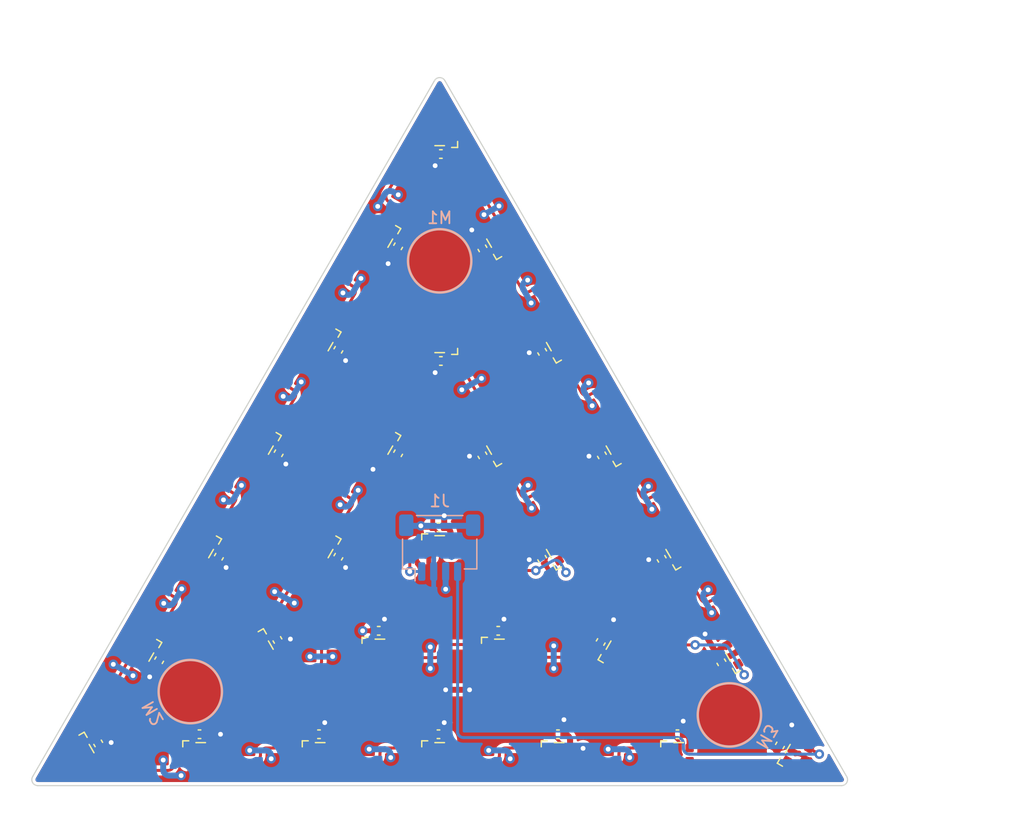
<source format=kicad_pcb>
(kicad_pcb (version 20211014) (generator pcbnew)
  (layers (0 "F.Cu" signal) (31 "B.Cu" signal) (34 "B.Paste" user) (35 "F.Paste" user) (36 "B.SilkS" user "B.Silkscreen") (37 "F.SilkS" user "F.Silkscreen") (38 "B.Mask" user) (39 "F.Mask" user) (44 "Edge.Cuts" user))
  (net 0 "")
  (net 1 "VCC")
  (net 2 "GND")
  (net 3 "Net-(L22-Pad1)")
  (net 4 "Net-(L14-Pad1)")
  (net 5 "Net-(L27-Pad1)")
  (net 6 "Net-(L13-Pad1)")
  (net 7 "Net-(L25-Pad1)")
  (net 8 "RGB_IN")
  (net 9 "Net-(L13-Pad3)")
  (net 10 "Net-(L10-Pad3)")
  (net 11 "Net-(L15-Pad1)")
  (net 12 "Net-(L14-Pad3)")
  (net 13 "Net-(L19-Pad3)")
  (net 14 "RGB_OUT")
  (net 15 "Net-(L26-Pad3)")
  (net 16 "Net-(L2-Pad1)")
  (net 17 "Net-(L3-Pad1)")
  (net 18 "Net-(L4-Pad1)")
  (net 19 "Net-(L5-Pad1)")
  (net 20 "Net-(L6-Pad1)")
  (net 21 "Net-(L1-Pad1)")
  (net 22 "Net-(L8-Pad1)")
  (net 23 "Net-(L17-Pad1)")
  (net 24 "Net-(L10-Pad1)")
  (net 25 "Net-(L11-Pad1)")
  (net 26 "Net-(L12-Pad1)")
  (net 27 "Net-(L18-Pad1)")
  (net 28 "Net-(L21-Pad1)")
  (net 29 "Net-(L15-Pad3)")
  (net 30 "Net-(L20-Pad3)")
  (net 31 "Net-(L23-Pad3)")
  (footprint "Capacitor_SMD:C_0402_1005Metric" (layer "F.Cu") (at -20.100002 15.620004 180)
    (fp_text reference "C6" hide)
    (fp_text value "100nf")
  )
  (footprint "Capacitor_SMD:C_0402_1005Metric" (layer "F.Cu") (at -10.099996 15.619996 180)
    (fp_text reference "C5" hide)
    (fp_text value "100nf")
  )
  (footprint "Capacitor_SMD:C_0402_1005Metric" (layer "F.Cu") (at 23.577758 9.596601 -60)
    (fp_text reference "C8" hide)
    (fp_text value "100nf")
  )
  (footprint "Capacitor_SMD:C_0402_1005Metric" (layer "F.Cu") (at 8.577753 -16.383401 -60)
    (fp_text reference "C23" hide)
    (fp_text value "100nf")
  )
  (footprint "Capacitor_SMD:C_0402_1005Metric" (layer "F.Cu") (at -23.477754 9.4234 60)
    (fp_text reference "C13" hide)
    (fp_text value "100nf")
  )
  (footprint "marbastlib-various:LED_WS2812_2020" (layer "F.Cu") (at -24.999997 8.659996 -120)
    (fp_text reference "L13" hide)
    (fp_text value "WS2812_2020")
  )
  (footprint "marbastlib-various:LED_WS2812_2020" (layer "F.Cu") (at 14.999999 -8.660003 120)
    (fp_text reference "L19" hide)
    (fp_text value "WS2812_2020")
  )
  (footprint "Capacitor_SMD:C_0402_1005Metric" (layer "F.Cu") (at 18.577753 0.936602 -60)
    (fp_text reference "C14" hide)
    (fp_text value "100nf")
  )
  (footprint "Capacitor_SMD:C_0402_1005Metric" (layer "F.Cu") (at -18.477753 0.763394 60)
    (fp_text reference "C18" hide)
    (fp_text value "100nf")
  )
  (footprint "marbastlib-various:LED_WS2812_2020" (layer "F.Cu") (at -5.000003 -8.659999 -120)
    (fp_text reference "L21" hide)
    (fp_text value "WS2812_2020")
  )
  (footprint "Capacitor_SMD:C_0402_1005Metric" (layer "F.Cu") (at 4.9 6.959993 180)
    (fp_text reference "C10" hide)
    (fp_text value "100nf")
  )
  (footprint "marbastlib-various:LED_WS2812_2020" (layer "F.Cu") (at 4.999999 8.659997)
    (fp_text reference "L10" hide)
    (fp_text value "WS2812_2020")
  )
  (footprint "marbastlib-various:LED_WS2812_2020" (layer "F.Cu") (at -10.000005 -17.320001 -120)
    (fp_text reference "L25" hide)
    (fp_text value "WS2812_2020")
  )
  (footprint "marbastlib-various:LED_WS2812_2020" (layer "F.Cu") (at -20.000006 17.32)
    (fp_text reference "L6" hide)
    (fp_text value "WS2812_2020")
  )
  (footprint "marbastlib-various:LED_WS2812_2020" (layer "F.Cu") (at 5.000003 -25.980001 120)
    (fp_text reference "L26" hide)
    (fp_text value "WS2812_2020")
  )
  (footprint "Capacitor_SMD:C_0402_1005Metric" (layer "F.Cu") (at -0.1 -1.700008 180)
    (fp_text reference "C16" hide)
    (fp_text value "100nf")
  )
  (footprint "marbastlib-various:LED_WS2812_2020" (layer "F.Cu") (at 9.999999 -0.000003 120)
    (fp_text reference "L15" hide)
    (fp_text value "WS2812_2020")
  )
  (footprint "marbastlib-various:LED_WS2812_2020" (layer "F.Cu") (at 30.000002 17.319996 60)
    (fp_text reference "L1" hide)
    (fp_text value "WS2812_2020")
  )
  (footprint "Capacitor_SMD:C_0402_1005Metric" (layer "F.Cu") (at 3.577752 -7.723394 -60)
    (fp_text reference "C20" hide)
    (fp_text value "100nf")
  )
  (footprint "marbastlib-various:LED_WS2812_2020" (layer "F.Cu") (at 0 17.32)
    (fp_text reference "L4" hide)
    (fp_text value "WS2812_2020")
  )
  (footprint "marbastlib-various:LED_WS2812_2020" (layer "F.Cu") (at -15.000005 -8.660001 -120)
    (fp_text reference "L22" hide)
    (fp_text value "WS2812_2020")
  )
  (footprint "marbastlib-various:LED_WS2812_2020" (layer "F.Cu") (at 0 0)
    (fp_text reference "L16" hide)
    (fp_text value "WS2812_2020")
  )
  (footprint "marbastlib-various:LED_WS2812_2020" (layer "F.Cu") (at 24.999996 8.660003 120)
    (fp_text reference "L8" hide)
    (fp_text value "WS2812_2020")
  )
  (footprint "marbastlib-various:LED_WS2812_2020" (layer "F.Cu") (at -5.000004 8.659997)
    (fp_text reference "L11" hide)
    (fp_text value "WS2812_2020")
  )
  (footprint "Capacitor_SMD:C_0402_1005Metric" (layer "F.Cu") (at -28.577762 16.3834 120)
    (fp_text reference "C7" hide)
    (fp_text value "100nf")
  )
  (footprint "marbastlib-various:LED_WS2812_2020" (layer "F.Cu") (at -15.000005 8.659999 -60)
    (fp_text reference "L12" hide)
    (fp_text value "WS2812_2020")
  )
  (footprint "Capacitor_SMD:C_0402_1005Metric" (layer "F.Cu") (at -8.477756 -16.556604 60)
    (fp_text reference "C25" hide)
    (fp_text value "100nf")
  )
  (footprint "Capacitor_SMD:C_0402_1005Metric" (layer "F.Cu") (at 19.899999 15.62 180)
    (fp_text reference "C2" hide)
    (fp_text value "100nf")
  )
  (footprint "marbastlib-various:LED_WS2812_2020" (layer "F.Cu") (at -5.000003 -25.979999 -120)
    (fp_text reference "L27" hide)
    (fp_text value "WS2812_2020")
  )
  (footprint "marbastlib-various:LED_WS2812_2020" (layer "F.Cu") (at 9.999999 -17.320003 120)
    (fp_text reference "L23" hide)
    (fp_text value "WS2812_2020")
  )
  (footprint "Capacitor_SMD:C_0402_1005Metric" (layer "F.Cu") (at 8.577753 0.936599 -60)
    (fp_text reference "C15" hide)
    (fp_text value "100nf")
  )
  (footprint "marbastlib-various:LED_WS2812_2020" (layer "F.Cu") (at 19.999997 -0.000004 120)
    (fp_text reference "L14" hide)
    (fp_text value "WS2812_2020")
  )
  (footprint "Capacitor_SMD:C_0402_1005Metric" (layer "F.Cu") (at 9.899998 15.619994 180)
    (fp_text reference "C3" hide)
    (fp_text value "100nf")
  )
  (footprint "Capacitor_SMD:C_0402_1005Metric" (layer "F.Cu") (at -3.477762 -25.216606 60)
    (fp_text reference "C27" hide)
    (fp_text value "100nf")
  )
  (footprint "Capacitor_SMD:C_0402_1005Metric" (layer "F.Cu") (at -13.577761 7.723396 120)
    (fp_text reference "C12" hide)
    (fp_text value "100nf")
  )
  (footprint "marbastlib-various:LED_WS2812_2020" (layer "F.Cu") (at -29.999999 17.319999 -60)
    (fp_text reference "L7" hide)
    (fp_text value "WS2812_2020")
  )
  (footprint "marbastlib-various:LED_WS2812_2020" (layer "F.Cu") (at -10.000005 17.319999)
    (fp_text reference "L5" hide)
    (fp_text value "WS2812_2020")
  )
  (footprint "marbastlib-various:LED_WS2812_2020" (layer "F.Cu") (at 14.999999 8.659997 60)
    (fp_text reference "L9" hide)
    (fp_text value "WS2812_2020")
  )
  (footprint "Capacitor_SMD:C_0402_1005Metric" (layer "F.Cu") (at -3.477762 -7.896606 60)
    (fp_text reference "C21" hide)
    (fp_text value "100nf")
  )
  (footprint "marbastlib-various:LED_WS2812_2020" (layer "F.Cu") (at -10.000005 -0.000001 -120)
    (fp_text reference "L17" hide)
    (fp_text value "WS2812_2020")
  )
  (footprint "marbastlib-various:LED_WS2812_2020" (layer "F.Cu") (at -0.000003 -17.320002 180)
    (fp_text reference "L24" hide)
    (fp_text value "WS2812_2020")
  )
  (footprint "marbastlib-various:LED_WS2812_2020" (layer "F.Cu") (at 9.999999 17.319997)
    (fp_text reference "L3" hide)
    (fp_text value "WS2812_2020")
  )
  (footprint "marbastlib-various:LED_WS2812_2020" (layer "F.Cu") (at 20.000004 17.319997)
    (fp_text reference "L2" hide)
    (fp_text value "WS2812_2020")
  )
  (footprint "Capacitor_SMD:C_0402_1005Metric" (layer "F.Cu") (at -13.477758 -7.896601 60)
    (fp_text reference "C22" hide)
    (fp_text value "100nf")
  )
  (footprint "marbastlib-various:LED_WS2812_2020" (layer "F.Cu") (at -0.000003 -34.639999 180)
    (fp_text reference "L28" hide)
    (fp_text value "WS2812_2020")
  )
  (footprint "Capacitor_SMD:C_0402_1005Metric" (layer "F.Cu") (at 13.477757 7.896606 -120)
    (fp_text reference "C9" hide)
    (fp_text value "100nf")
  )
  (footprint "Capacitor_SMD:C_0402_1005Metric" (layer "F.Cu") (at 3.577752 -25.043394 -60)
    (fp_text reference "C26" hide)
    (fp_text value "100nf")
  )
  (footprint "Capacitor_SMD:C_0402_1005Metric" (layer "F.Cu") (at 0.1 -15.620003)
    (fp_text reference "C24" hide)
    (fp_text value "100nf")
  )
  (footprint "Capacitor_SMD:C_0402_1005Metric" (layer "F.Cu") (at 0.1 -32.940003)
    (fp_text reference "C28" hide)
    (fp_text value "100nf")
  )
  (footprint "Capacitor_SMD:C_0402_1005Metric" (layer "F.Cu") (at -0.1 15.619992 180)
    (fp_text reference "C4" hide)
    (fp_text value "100nf")
  )
  (footprint "marbastlib-various:LED_WS2812_2020" (layer "F.Cu") (at 5.000003 -8.660001 120)
    (fp_text reference "L20" hide)
    (fp_text value "WS2812_2020")
  )
  (footprint "Capacitor_SMD:C_0402_1005Metric" (layer "F.Cu") (at -8.477756 0.763396 60)
    (fp_text reference "C17" hide)
    (fp_text value "100nf")
  )
  (footprint "marbastlib-various:LED_WS2812_2020" (layer "F.Cu") (at -20.000005 -0.000002 -120)
    (fp_text reference "L18" hide)
    (fp_text value "WS2812_2020")
  )
  (footprint "Capacitor_SMD:C_0402_1005Metric" (layer "F.Cu") (at -5.099996 6.959996 180)
    (fp_text reference "C11" hide)
    (fp_text value "100nf")
  )
  (footprint "Capacitor_SMD:C_0402_1005Metric" (layer "F.Cu") (at 28.477757 16.556605 -120)
    (fp_text reference "C1" hide)
    (fp_text value "100nf")
  )
  (footprint "Capacitor_SMD:C_0402_1005Metric" (layer "F.Cu") (at 13.577753 -7.723401 -60)
    (fp_text reference "C19" hide)
    (fp_text value "100nf")
  )
  (footprint "magnets:Magnet_D5mm_L2mm" (layer "B.Cu") (at -20.871212 12.050001 -60)
    (fp_text reference "M2")
    (fp_text value "Magnet 5x2mm")
  )
  (footprint "magnets:Magnet_D5mm_L2mm" (layer "B.Cu") (at -0.000001 -24 180)
    (fp_text reference "M1")
    (fp_text value "Magnet 5x2mm")
  )
  (footprint "magnets:Magnet_D5mm_L2mm" (layer "B.Cu") (at 24.248711 13.999998 60)
    (fp_text reference "M3")
    (fp_text value "Magnet 5x2mm")
  )
  (footprint "Connector_JST:JST_SH_SM04B-SRSS-TB_1x04-1MP_P1.00mm_Horizontal" (layer "B.Cu") (at 0 0)
    (fp_text reference "J1")
    (fp_text value "CONN")
  )
  (gr_line (start -34.066993 19.168581) (end -0.433016 -39.08717) (layer "Edge.Cuts") (width 0.1))
  (gr_arc (start 34.066983 19.168581) (mid 34.067 19.66859) (end 33.633974 19.918584) (layer "Edge.Cuts") (width 0.1))
  (gr_line (start 33.633974 19.918584) (end -33.633977 19.918583) (layer "Edge.Cuts") (width 0.1))
  (gr_arc (start -33.633977 19.918583) (mid -34.067007 19.668592) (end -34.066993 19.168581) (layer "Edge.Cuts") (width 0.1))
  (gr_arc (start -0.433016 -39.08717) (mid -0.000001 -39.337185) (end 0.433011 -39.087168) (layer "Edge.Cuts") (width 0.1))
  (gr_line (start 0.433011 -39.087168) (end 34.066983 19.168581) (layer "Edge.Cuts") (width 0.1))
  (segment (start 5.915 8.109997) (end 5.915006 7.460001) (width 0.5) (layer "F.Cu") (net 1))
  (segment (start 18.320259 0.490602) (end 18.337758 0.520909) (width 0.5) (layer "F.Cu") (net 1))
  (segment (start 30.03461 16.243463) (end 30.018817 16.252582) (width 0.5) (layer "F.Cu") (net 1))
  (segment (start -3.735261 -24.770595) (end -3.717753 -24.800909) (width 0.5) (layer "F.Cu") (net 1))
  (segment (start -4.98119 -7.592584) (end -5.581186 -6.553358) (width 0.5) (layer "F.Cu") (net 1))
  (segment (start -18.735257 1.209398) (end -18.717752 1.179092) (width 0.5) (layer "F.Cu") (net 1))
  (segment (start 4.066188 -9.177416) (end 3.503263 -8.852416) (width 0.5) (layer "F.Cu") (net 1))
  (segment (start -9.085003 16.770001) (end -9.085002 16.119999) (width 0.5) (layer "F.Cu") (net 1))
  (segment (start -4.585002 6.959994) (end -4.619997 6.960003) (width 0.5) (layer "F.Cu") (net 1))
  (segment (start -8.735261 1.2094) (end -8.71775 1.179089) (width 0.5) (layer "F.Cu") (net 1))
  (segment (start 0.379999 14.646434) (end 0.38 15.620004) (width 0.5) (layer "F.Cu") (net 1))
  (segment (start 0.380002 -2.673569) (end 0.38 -1.699996) (width 0.5) (layer "F.Cu") (net 1))
  (segment (start 14.981184 7.592586) (end 14.41827 7.267587) (width 0.5) (layer "F.Cu") (net 1))
  (segment (start -0.38 -31.966435) (end -0.380002 -32.940003) (width 0.5) (layer "F.Cu") (net 1))
  (segment (start -19.585 15.619992) (end -19.619999 15.620003) (width 0.5) (layer "F.Cu") (net 1))
  (segment (start 19.066184 -0.517417) (end 18.503273 -0.19242) (width 0.5) (layer "F.Cu") (net 1))
  (segment (start 5.414999 6.959997) (end 5.380008 6.960004) (width 0.5) (layer "F.Cu") (net 1))
  (segment (start 29.468132 14.841222) (end 28.717759 16.140916) (width 0.5) (layer "F.Cu") (net 1))
  (segment (start 2.494623 -7.652308) (end 3.337755 -8.139087) (width 0.5) (layer "F.Cu") (net 1))
  (segment (start 10.379997 15.619996) (end 10.379999 14.420004) (width 0.5) (layer "F.Cu") (net 1))
  (segment (start 17.494616 1.007692) (end 18.337759 0.520904) (width 0.5) (layer "F.Cu") (net 1))
  (segment (start 29.981188 16.252582) (end 29.418272 15.927584) (width 0.5) (layer "F.Cu") (net 1))
  (segment (start 10.915 16.769997) (end 10.915002 16.120002) (width 0.5) (layer "F.Cu") (net 1))
  (segment (start -4.314755 -23.766896) (end -3.717766 -24.800913) (width 0.5) (layer "F.Cu") (net 1))
  (segment (start -27.494622 16.312306) (end -28.337757 16.799087) (width 0.5) (layer "F.Cu") (net 1))
  (segment (start -29.066192 17.837415) (end -28.50327 17.512415) (width 0.5) (layer "F.Cu") (net 1))
  (segment (start 14.553508 6.033341) (end 13.717753 7.480914) (width 0.5) (layer "F.Cu") (net 1))
  (segment (start -4.981188 -24.912588) (end -4.418273 -24.587587) (width 0.5) (layer "F.Cu") (net 1))
  (segment (start 8.320256 0.490596) (end 8.337756 0.520912) (width 0.5) (layer "F.Cu") (net 1))
  (segment (start -24.270588 10.816193) (end -24.274167 10.802833) (width 0.5) (layer "F.Cu") (net 1))
  (segment (start -13.73526 -7.450601) (end -13.71775 -7.480911) (width 0.5) (layer "F.Cu") (net 1))
  (segment (start 0.499999 11.9) (end 2.5 11.899999) (width 0.5) (layer "F.Cu") (net 1))
  (segment (start 12.494621 -7.652305) (end 13.337747 -8.139094) (width 0.5) (layer "F.Cu") (net 1))
  (segment (start 11.969997 16.769996) (end 12 16.800001) (width 0.5) (layer "F.Cu") (net 1))
  (segment (start -8.73526 -16.110594) (end -8.71775 -16.140911) (width 0.5) (layer "F.Cu") (net 1))
  (segment (start -14.066183 9.177413) (end -13.50327 8.852415) (width 0.5) (layer "F.Cu") (net 1))
  (segment (start -0.914999 -34.090001) (end -0.914999 -33.439992) (width 0.5) (layer "F.Cu") (net 1))
  (segment (start 7.494623 -16.312307) (end 8.337756 -16.799088) (width 0.5) (layer "F.Cu") (net 1))
  (segment (start 10.379999 14.420004) (end 10.399999 14.4) (width 0.5) (layer "F.Cu") (net 1))
  (segment (start -24.981184 9.727411) (end -24.418269 10.052414) (width 0.5) (layer "F.Cu") (net 1))
  (segment (start 8.320256 -16.829404) (end 8.337756 -16.799088) (width 0.5) (layer "F.Cu") (net 1))
  (segment (start -0.915003 -16.770003) (end -0.915 -16.120001) (width 0.5) (layer "F.Cu") (net 1))
  (segment (start -19.981192 1.067414) (end -19.41827 1.392412) (width 0.5) (layer "F.Cu") (net 1))
  (segment (start -17.874622 1.665871) (end -18.717758 1.179092) (width 0.5) (layer "F.Cu") (net 1))
  (segment (start 7.494623 1.007693) (end 8.337756 0.520912) (width 0.5) (layer "F.Cu") (net 1))
  (segment (start -12.874622 -6.994129) (end -13.717758 -7.480903) (width 0.5) (layer "F.Cu") (net 1))
  (segment (start -9.981183 -16.252585) (end -9.418268 -15.927586) (width 0.5) (layer "F.Cu") (net 1))
  (segment (start -3.735261 -7.4506) (end -3.717755 -7.48091) (width 0.5) (layer "F.Cu") (net 1))
  (segment (start 3.320256 -25.489404) (end 3.337758 -25.459087) (width 0.5) (layer "F.Cu") (net 1))
  (segment (start -24.274167 10.802833) (end -23.717752 9.839092) (width 0.5) (layer "F.Cu") (net 1))
  (segment (start 14.066181 -9.17742) (end 13.503273 -8.85242) (width 0.5) (layer "F.Cu") (net 1))
  (segment (start -0.38 -14.646435) (end -0.380002 -15.619998) (width 0.5) (layer "F.Cu") (net 1))
  (segment (start -7.874621 -15.654123) (end -8.71775 -16.140911) (width 0.5) (layer "F.Cu") (net 1))
  (segment (start 22.210736 7.228851) (end 23.337757 9.18091) (width 0.5) (layer "F.Cu") (net 1))
  (segment (start 2.687758 -26.584918) (end 3.337756 -25.459088) (width 0.5) (layer "F.Cu") (net 1))
  (segment (start 20.915003 16.769994) (end 20.915007 16.120005) (width 0.5) (layer "F.Cu") (net 1))
  (segment (start 24.06619 8.142586) (end 23.503272 8.467582) (width 0.5) (layer "F.Cu") (net 1))
  (segment (start -0.415004 -15.619994) (end -0.380002 -15.619998) (width 0.5) (layer "F.Cu") (net 1))
  (segment (start -9.585002 15.619994) (end -9.620004 15.62) (width 0.5) (layer "F.Cu") (net 1))
  (segment (start 10.915001 16.769998) (end 11.969997 16.769996) (width 0.5) (layer "F.Cu") (net 1))
  (segment (start 3.320256 -8.169404) (end 3.337756 -8.139085) (width 0.5) (layer "F.Cu") (net 1))
  (segment (start 20.415001 15.619999) (end 20.380001 15.620005) (width 0.5) (layer "F.Cu") (net 1))
  (segment (start 9.066188 -0.51741) (end 8.503264 -0.192412) (width 0.5) (layer "F.Cu") (net 1))
  (segment (start 20.38 15.62) (end 20.380001 14.520005) (width 0.5) (layer "F.Cu") (net 1))
  (segment (start 0.414999 15.62) (end 0.38 15.620004) (width 0.5) (layer "F.Cu") (net 1))
  (segment (start -4.085003 8.110001) (end -4.085002 7.459996) (width 0.5) (layer "F.Cu") (net 1))
  (segment (start 23.320258 9.150604) (end 23.337761 9.180906) (width 0.5) (layer "F.Cu") (net 1))
  (segment (start 0.914999 16.770001) (end 0.914999 16.119998) (width 0.5) (layer "F.Cu") (net 1))
  (segment (start 10.415001 15.620003) (end 10.38 15.620004) (width 0.5) (layer "F.Cu") (net 1))
  (segment (start -4.981184 -7.592586) (end -4.418268 -7.267586) (width 0.5) (layer "F.Cu") (net 1))
  (segment (start -12.494618 7.652299) (end -13.337752 8.139096) (width 0.5) (layer "F.Cu") (net 1))
  (segment (start 13.320259 -8.169399) (end 13.337757 -8.139087) (width 0.5) (layer "F.Cu") (net 1))
  (segment (start 2.68776 -26.584922) (end 2.687758 -26.584918) (width 0.5) (layer "F.Cu") (net 1))
  (segment (start 5.380002 5.986431) (end 5.380008 6.960004) (width 0.5) (layer "F.Cu") (net 1))
  (segment (start -23.735261 9.869397) (end -23.71775 9.839089) (width 0.5) (layer "F.Cu") (net 1))
  (segment (start -9.620001 14.646425) (end -9.620004 15.62) (width 0.5) (layer "F.Cu") (net 1))
  (segment (start -7.87462 1.66588) (end -8.71775 1.179089) (width 0.5) (layer "F.Cu") (net 1))
  (segment (start -18.342492 15.620004) (end -19.620004 15.620002) (width 0.5) (layer "F.Cu") (net 1))
  (segment (start -0.415002 -32.940004) (end -0.380002 -32.940003) (width 0.5) (layer "F.Cu") (net 1))
  (segment (start 9.066188 -17.83741) (end 8.503264 -17.512412) (width 0.5) (layer "F.Cu") (net 1))
  (segment (start -28.320257 16.8294) (end -28.337757 16.799087) (width 0.5) (layer "F.Cu") (net 1))
  (segment (start 28.735253 16.110603) (end 28.717756 16.140906) (width 0.5) (layer "F.Cu") (net 1))
  (segment (start -5.581186 -6.553358) (end -5.581184 -6.553356) (width 0.5) (layer "F.Cu") (net 1))
  (segment (start -19.085002 16.770001) (end -19.085002 16.119997) (width 0.5) (layer "F.Cu") (net 1))
  (segment (start -14.981186 -7.592583) (end -14.418271 -7.267586) (width 0.5) (layer "F.Cu") (net 1))
  (segment (start -9.981184 1.067414) (end -9.418268 1.392414) (width 0.5) (layer "F.Cu") (net 1))
  (segment (start 0.414999 -1.700003) (end 0.38 -1.699996) (width 0.5) (layer "F.Cu") (net 1))
  (segment (start 0.914998 -0.55) (end 0.914999 -1.199999) (width 0.5) (layer "F.Cu") (net 1))
  (segment (start -13.320262 8.169404) (end -13.337752 8.139096) (width 0.5) (layer "F.Cu") (net 1))
  (segment (start 13.735254 7.4506) (end 13.717758 7.480909) (width 0.5) (layer "F.Cu") (net 1))
  (segment (start -4.619999 5.986422) (end -4.619997 6.960003) (width 0.5) (layer "F.Cu") (net 1))
  (segment (start 4.066188 -26.497416) (end 3.503263 -26.172416) (width 0.5) (layer "F.Cu") (net 1))
  (via (at 29.468132 14.841222) (size 0.8) (drill 0.4) (layers "F.Cu" "B.Cu") (net 1))
  (via (at -9.620001 14.646425) (size 0.8) (drill 0.4) (layers "F.Cu" "B.Cu") (net 1))
  (via (at -24.270588 10.816193) (size 0.8) (drill 0.4) (layers "F.Cu" "B.Cu") (net 1))
  (via (at 10.399999 14.4) (size 0.8) (drill 0.4) (layers "F.Cu" "B.Cu") (net 1))
  (via (at -17.874622 1.665871) (size 0.8) (drill 0.4) (layers "F.Cu" "B.Cu") (net 1))
  (via (at -4.619999 5.986422) (size 0.8) (drill 0.4) (layers "F.Cu" "B.Cu") (net 1))
  (via (at 14.553508 6.033341) (size 0.8) (drill 0.4) (layers "F.Cu" "B.Cu") (net 1))
  (via (at -27.494622 16.312306) (size 0.8) (drill 0.4) (layers "F.Cu" "B.Cu") (net 1))
  (via (at -7.874621 -15.654123) (size 0.8) (drill 0.4) (layers "F.Cu" "B.Cu") (net 1))
  (via (at 0.499999 11.9) (size 0.8) (drill 0.4) (layers "F.Cu" "B.Cu") (net 1))
  (via (at -18.342492 15.620004) (size 0.8) (drill 0.4) (layers "F.Cu" "B.Cu") (net 1))
  (via (at -0.38 -31.966435) (size 0.8) (drill 0.4) (layers "F.Cu" "B.Cu") (net 1))
  (via (at 7.494623 -16.312307) (size 0.8) (drill 0.4) (layers "F.Cu" "B.Cu") (net 1))
  (via (at -0.38 -14.646435) (size 0.8) (drill 0.4) (layers "F.Cu" "B.Cu") (net 1))
  (via (at 2.68776 -26.584922) (size 0.8) (drill 0.4) (layers "F.Cu" "B.Cu") (net 1))
  (via (at 22.210736 7.228851) (size 0.8) (drill 0.4) (layers "F.Cu" "B.Cu") (net 1))
  (via (at 20.380001 14.520005) (size 0.8) (drill 0.4) (layers "F.Cu" "B.Cu") (net 1))
  (via (at 2.5 11.899999) (size 0.8) (drill 0.4) (layers "F.Cu" "B.Cu") (net 1))
  (via (at -4.314755 -23.766896) (size 0.8) (drill 0.4) (layers "F.Cu" "B.Cu") (net 1))
  (via (at 2.494623 -7.652308) (size 0.8) (drill 0.4) (layers "F.Cu" "B.Cu") (net 1))
  (via (at 12 16.800001) (size 0.8) (drill 0.4) (layers "F.Cu" "B.Cu") (net 1))
  (via (at -5.581184 -6.553356) (size 0.8) (drill 0.4) (layers "F.Cu" "B.Cu") (net 1))
  (via (at 0.379999 14.646434) (size 0.8) (drill 0.4) (layers "F.Cu" "B.Cu") (net 1))
  (via (at 0.380002 -2.673569) (size 0.8) (drill 0.4) (layers "F.Cu" "B.Cu") (net 1))
  (via (at -12.494618 7.652299) (size 0.8) (drill 0.4) (layers "F.Cu" "B.Cu") (net 1))
  (via (at -7.87462 1.66588) (size 0.8) (drill 0.4) (layers "F.Cu" "B.Cu") (net 1))
  (via (at 12.494621 -7.652305) (size 0.8) (drill 0.4) (layers "F.Cu" "B.Cu") (net 1))
  (via (at -12.874622 -6.994129) (size 0.8) (drill 0.4) (layers "F.Cu" "B.Cu") (net 1))
  (via (at 7.494623 1.007693) (size 0.8) (drill 0.4) (layers "F.Cu" "B.Cu") (net 1))
  (via (at 17.494616 1.007692) (size 0.8) (drill 0.4) (layers "F.Cu" "B.Cu") (net 1))
  (via (at 5.380002 5.986431) (size 0.8) (drill 0.4) (layers "F.Cu" "B.Cu") (net 1))
  (arc (start 3.503263 -26.172416) (mid 3.270306 -25.868812) (end 3.320256 -25.489404) (width 0.5) (layer "F.Cu") (net 1))
  (arc (start -9.418268 1.392414) (mid -9.03886 1.442359) (end -8.735261 1.2094) (width 0.5) (layer "F.Cu") (net 1))
  (arc (start -4.085002 7.459996) (mid -4.231448 7.106444) (end -4.585002 6.959994) (width 0.5) (layer "F.Cu") (net 1))
  (arc (start 13.503273 -8.85242) (mid 13.270306 -8.548812) (end 13.320259 -8.169399) (width 0.5) (layer "F.Cu") (net 1))
  (arc (start -24.418269 10.052414) (mid -24.038863 10.102359) (end -23.735261 9.869397) (width 0.5) (layer "F.Cu") (net 1))
  (arc (start -0.914999 -33.439992) (mid -0.768554 -33.086449) (end -0.415002 -32.940004) (width 0.5) (layer "F.Cu") (net 1))
  (arc (start 5.915006 7.460001) (mid 5.768552 7.106447) (end 5.414999 6.959997) (width 0.5) (layer "F.Cu") (net 1))
  (arc (start -4.418268 -7.267586) (mid -4.038863 -7.217638) (end -3.735261 -7.4506) (width 0.5) (layer "F.Cu") (net 1))
  (arc (start -9.085002 16.119999) (mid -9.231448 15.766444) (end -9.585002 15.619994) (width 0.5) (layer "F.Cu") (net 1))
  (arc (start -9.418268 -15.927586) (mid -9.038862 -15.877636) (end -8.73526 -16.110594) (width 0.5) (layer "F.Cu") (net 1))
  (arc (start 0.914999 16.119998) (mid 0.768553 15.766453) (end 0.414999 15.62) (width 0.5) (layer "F.Cu") (net 1))
  (arc (start -4.418273 -24.587587) (mid -4.038855 -24.537638) (end -3.735261 -24.770595) (width 0.5) (layer "F.Cu") (net 1))
  (arc (start -13.50327 8.852415) (mid -13.270307 8.548808) (end -13.320262 8.169404) (width 0.5) (layer "F.Cu") (net 1))
  (arc (start 29.418272 15.927584) (mid 29.038864 15.877642) (end 28.735253 16.110603) (width 0.5) (layer "F.Cu") (net 1))
  (arc (start 0.914999 -1.199999) (mid 0.768553 -1.553547) (end 0.414999 -1.700003) (width 0.5) (layer "F.Cu") (net 1))
  (arc (start -19.41827 1.392412) (mid -19.038863 1.442359) (end -18.735257 1.209398) (width 0.5) (layer "F.Cu") (net 1))
  (arc (start 8.503264 -17.512412) (mid 8.270306 -17.208812) (end 8.320256 -16.829404) (width 0.5) (layer "F.Cu") (net 1))
  (arc (start 23.503272 8.467582) (mid 23.270308 8.77119) (end 23.320258 9.150604) (width 0.5) (layer "F.Cu") (net 1))
  (arc (start -0.915 -16.120001) (mid -0.768557 -15.766447) (end -0.415004 -15.619994) (width 0.5) (layer "F.Cu") (net 1))
  (arc (start 3.503263 -8.852416) (mid 3.270304 -8.548809) (end 3.320256 -8.169404) (width 0.5) (layer "F.Cu") (net 1))
  (arc (start -14.418271 -7.267586) (mid -14.03886 -7.217636) (end -13.73526 -7.450601) (width 0.5) (layer "F.Cu") (net 1))
  (arc (start -28.50327 17.512415) (mid -28.2703 17.208807) (end -28.320257 16.8294) (width 0.5) (layer "F.Cu") (net 1))
  (arc (start 20.915007 16.120005) (mid 20.768555 15.766445) (end 20.415001 15.619999) (width 0.5) (layer "F.Cu") (net 1))
  (arc (start 10.915002 16.120002) (mid 10.768555 15.766443) (end 10.415001 15.620003) (width 0.5) (layer "F.Cu") (net 1))
  (arc (start 8.503264 -0.192412) (mid 8.270306 0.111193) (end 8.320256 0.490596) (width 0.5) (layer "F.Cu") (net 1))
  (arc (start 18.503273 -0.19242) (mid 18.270302 0.11119) (end 18.320259 0.490602) (width 0.5) (layer "F.Cu") (net 1))
  (arc (start -19.085002 16.119997) (mid -19.231449 15.766445) (end -19.585 15.619992) (width 0.5) (layer "F.Cu") (net 1))
  (arc (start 14.41827 7.267587) (mid 14.038861 7.217645) (end 13.735254 7.4506) (width 0.5) (layer "F.Cu") (net 1))
  (segment (start 9.420001 15.627609) (end 10.002606 16.210214) (width 0.25) (layer "F.Cu") (net 2))
  (segment (start -24.040203 9.217154) (end -24.524157 8.93774) (width 0.25) (layer "F.Cu") (net 2))
  (segment (start -28.824348 15.971511) (end -29.037595 16.767366) (width 0.25) (layer "F.Cu") (net 2))
  (segment (start 0.002609 16.210212) (end 0.002611 16.769039) (width 0.25) (layer "F.Cu") (net 2))
  (segment (start 9.031077 0.559415) (end 9.51502 0.280001) (width 0.25) (layer "F.Cu") (net 2))
  (segment (start -4.040208 -8.102854) (end -4.524156 -8.382261) (width 0.25) (layer "F.Cu") (net 2))
  (segment (start -5.579997 6.967614) (end -4.997391 7.550212) (width 0.25) (layer "F.Cu") (net 2))
  (segment (start 8.817819 1.355269) (end 9.031077 0.559415) (width 0.25) (layer "F.Cu") (net 2))
  (segment (start -10.579998 15.627613) (end -9.997401 16.210216) (width 0.25) (layer "F.Cu") (net 2))
  (segment (start 13.817822 -7.30473) (end 14.031075 -8.10059) (width 0.25) (layer "F.Cu") (net 2))
  (segment (start 14.031073 8.100592) (end 14.515029 8.380001) (width 0.25) (layer "F.Cu") (net 2))
  (segment (start 29.040209 16.762854) (end 29.524164 17.042261) (width 0.25) (layer "F.Cu") (net 2))
  (segment (start -13.244347 -8.316103) (end -14.040212 -8.102852) (width 0.25) (layer "F.Cu") (net 2))
  (segment (start -13.824345 7.311509) (end -14.037595 8.107372) (width 0.25) (layer "F.Cu") (net 2))
  (segment (start -19.040206 0.557148) (end -19.524157 0.27774) (width 0.25) (layer "F.Cu") (net 2))
  (segment (start 23.817826 10.015269) (end 24.031077 9.219409) (width 0.25) (layer "F.Cu") (net 2))
  (segment (start 14.031075 -8.10059) (end 14.515027 -8.38) (width 0.25) (layer "F.Cu") (net 2))
  (segment (start 0.58261 -32.93857) (end -0.000003 -33.521175) (width 0.25) (layer "F.Cu") (net 2))
  (segment (start 5.00261 7.550211) (end 5.00261 8.109043) (width 0.25) (layer "F.Cu") (net 2))
  (segment (start -19.99738 16.21022) (end -19.997393 16.769042) (width 0.25) (layer "F.Cu") (net 2))
  (segment (start -20.579994 15.62761) (end -19.99738 16.21022) (width 0.25) (layer "F.Cu") (net 2))
  (segment (start -8.244346 0.343906) (end -9.040209 0.557145) (width 0.25) (layer "F.Cu") (net 2))
  (segment (start 8.81782 -15.964732) (end 9.031078 -16.760587) (width 0.25) (layer "F.Cu") (net 2))
  (segment (start 10.002606 16.210214) (end 10.002612 16.76904) (width 0.25) (layer "F.Cu") (net 2))
  (segment (start 18.817822 1.35527) (end 19.031076 0.559409) (width 0.25) (layer "F.Cu") (net 2))
  (segment (start -14.037595 8.107372) (end -14.521547 8.386781) (width 0.25) (layer "F.Cu") (net 2))
  (segment (start -29.037595 16.767366) (end -29.521549 17.046783) (width 0.25) (layer "F.Cu") (net 2))
  (segment (start 4.031078 -25.420587) (end 4.515027 -25.7) (width 0.25) (layer "F.Cu") (net 2))
  (segment (start -0.000003 -33.521175) (end 0.000004 -34.080003) (width 0.25) (layer "F.Cu") (net 2))
  (segment (start 19.419999 15.627608) (end 20.002605 16.210214) (width 0.25) (layer "F.Cu") (net 2))
  (segment (start -0.580002 15.627609) (end 0.002609 16.210212) (width 0.25) (layer "F.Cu") (net 2))
  (segment (start 13.235209 8.313839) (end 14.031073 8.100592) (width 0.25) (layer "F.Cu") (net 2))
  (segment (start -23.244347 9.003897) (end -24.040203 9.217154) (width 0.25) (layer "F.Cu") (net 2))
  (segment (start 0.58261 -15.61857) (end 0.000011 -16.20118) (width 0.25) (layer "F.Cu") (net 2))
  (segment (start 24.031077 9.219409) (end 24.515025 8.939995) (width 0.25) (layer "F.Cu") (net 2))
  (segment (start 3.817825 -24.624731) (end 4.031078 -25.420587) (width 0.25) (layer "F.Cu") (net 2))
  (segment (start -4.997391 7.550212) (end -4.997396 8.10904) (width 0.25) (layer "F.Cu") (net 2))
  (segment (start 20.002605 16.210214) (end 20.002608 16.769038) (width 0.25) (layer "F.Cu") (net 2))
  (segment (start -9.997401 16.210216) (end -9.997388 16.769037) (width 0.25) (layer "F.Cu") (net 2))
  (segment (start -6.446432 6.960002) (end -5.580003 6.96) (width 0.25) (layer "F.Cu") (net 2))
  (segment (start 9.031078 -16.760587) (end 9.515024 -17.040001) (width 0.25) (layer "F.Cu") (net 2))
  (segment (start -0.579998 -1.692388) (end 0.002609 -1.109788) (width 0.25) (layer "F.Cu") (net 2))
  (segment (start 28.244348 16.976096) (end 29.040209 16.762854) (width 0.25) (layer "F.Cu") (net 2))
  (segment (start -9.040209 0.557145) (end -9.524156 0.277739) (width 0.25) (layer "F.Cu") (net 2))
  (segment (start 4.420001 6.967609) (end 5.00261 7.550211) (width 0.25) (layer "F.Cu") (net 2))
  (segment (start 0.002609 -1.109788) (end 0.002604 -0.55096) (width 0.25) (layer "F.Cu") (net 2))
  (segment (start -3.244347 -8.316101) (end -4.040208 -8.102854) (width 0.25) (layer "F.Cu") (net 2))
  (segment (start -14.040212 -8.102852) (end -14.524159 -8.382261) (width 0.25) (layer "F.Cu") (net 2))
  (segment (start 4.037598 -8.107375) (end 4.521546 -8.386781) (width 0.25) (layer "F.Cu") (net 2))
  (segment (start 3.82435 -7.31151) (end 4.037598 -8.107375) (width 0.25) (layer "F.Cu") (net 2))
  (segment (start 19.031076 0.559409) (end 19.515027 0.28) (width 0.25) (layer "F.Cu") (net 2))
  (segment (start -18.244348 0.343899) (end -19.040206 0.557148) (width 0.25) (layer "F.Cu") (net 2))
  (segment (start 0.000011 -16.20118) (end -0.000007 -16.760004) (width 0.25) (layer "F.Cu") (net 2))
  (via (at -15.9 16.970001) (size 0.8) (drill 0.4) (layers "F.Cu" "B.Cu") (net 2))
  (via (at 3.708882 -27.867286) (size 0.8) (drill 0.4) (layers "F.Cu" "B.Cu") (net 2))
  (via (at 7.363211 -22.386797) (size 0.8) (drill 0.4) (layers "F.Cu" "B.Cu") (net 2))
  (via (at -5.900004 16.869998) (size 0.8) (drill 0.4) (layers "F.Cu" "B.Cu") (net 2))
  (via (at 5.9 17.66999) (size 0.8) (drill 0.4) (layers "F.Cu" "B.Cu") (net 2))
  (via (at -10.856184 9.117037) (size 0.8) (drill 0.4) (layers "F.Cu" "B.Cu") (net 2))
  (via (at 1.852788 -13.211384) (size 0.8) (drill 0.4) (layers "F.Cu" "B.Cu") (net 2))
  (via (at 14.100002 16.870002) (size 0.8) (drill 0.4) (layers "F.Cu" "B.Cu") (net 2))
  (via (at -25.667787 10.716639) (size 0.8) (drill 0.4) (layers "F.Cu" "B.Cu") (net 2))
  (via (at 9.543814 8.217041) (size 0.8) (drill 0.4) (layers "F.Cu" "B.Cu") (net 2))
  (via (at -8.956187 9.117038) (size 0.8) (drill 0.4) (layers "F.Cu" "B.Cu") (net 2))
  (via (at -8.095101 -21.31913) (size 0.8) (drill 0.4) (layers "F.Cu" "B.Cu") (net 2))
  (via (at 7.656992 -20.47795) (size 0.8) (drill 0.4) (layers "F.Cu" "B.Cu") (net 2))
  (via (at 7.39561 -5.210934) (size 0.8) (drill 0.4) (layers "F.Cu" "B.Cu") (net 2))
  (via (at -8.330162 -3.591995) (size 0.8) (drill 0.4) (layers "F.Cu" "B.Cu") (net 2))
  (via (at -13.095102 -12.659139) (size 0.8) (drill 0.4) (layers "F.Cu" "B.Cu") (net 2))
  (via (at 9.543812 10.117033) (size 0.8) (drill 0.4) (layers "F.Cu" "B.Cu") (net 2))
  (via (at 15.9 17.57) (size 0.8) (drill 0.4) (layers "F.Cu" "B.Cu") (net 2))
  (via (at 22.759501 5.442863) (size 0.8) (drill 0.4) (layers "F.Cu" "B.Cu") (net 2))
  (via (at 4.099997 16.969985) (size 0.8) (drill 0.4) (layers "F.Cu" "B.Cu") (net 2))
  (via (at -23.138527 17.777103) (size 0.8) (drill 0.4) (layers "F.Cu" "B.Cu") (net 2))
  (via (at -6.446432 6.960002) (size 0.8) (drill 0.4) (layers "F.Cu" "B.Cu") (net 2))
  (via (at -11.588887 -13.867979) (size 0.8) (drill 0.4) (layers "F.Cu" "B.Cu") (net 2))
  (via (at 3.498238 -14.161385) (size 0.8) (drill 0.4) (layers "F.Cu" "B.Cu") (net 2))
  (via (at -21.638528 19.077103) (size 0.8) (drill 0.4) (layers "F.Cu" "B.Cu") (net 2))
  (via (at 22.465722 3.534016) (size 0.8) (drill 0.4) (layers "F.Cu" "B.Cu") (net 2))
  (via (at 17.759504 -3.217137) (size 0.8) (drill 0.4) (layers "F.Cu" "B.Cu") (net 2))
  (via (at 12.759504 -11.877137) (size 0.8) (drill 0.4) (layers "F.Cu" "B.Cu") (net 2))
  (via (at 0.500001 3.481186) (size 0.8) (drill 0.4) (layers "F.Cu" "B.Cu") (net 2))
  (via (at -3.469607 -29.530726) (size 0.8) (drill 0.4) (layers "F.Cu" "B.Cu") (net 2))
  (via (at -12.169629 4.63714) (size 0.8) (drill 0.4) (layers "F.Cu" "B.Cu") (net 2))
  (via (at -13.815081 3.687144) (size 0.8) (drill 0.4) (layers "F.Cu" "B.Cu") (net 2))
  (via (at -6.823945 -4.800835) (size 0.8) (drill 0.4) (layers "F.Cu" "B.Cu") (net 2))
  (via (at -6.588883 -22.527976) (size 0.8) (drill 0.4) (layers "F.Cu" "B.Cu") (net 2))
  (via (at -23.095104 4.660866) (size 0.8) (drill 0.4) (layers "F.Cu" "B.Cu") (net 2))
  (via (at -1.576434 -1.823574) (size 0.8) (drill 0.4) (layers "F.Cu" "B.Cu") (net 2))
  (via (at 17.46572 -5.125982) (size 0.8) (drill 0.4) (layers "F.Cu" "B.Cu") (net 2))
  (via (at -21.588883 3.452022) (size 0.8) (drill 0.4) (layers "F.Cu" "B.Cu") (net 2))
  (via (at 4.963753 -28.591787) (size 0.8) (drill 0.4) (layers "F.Cu" "B.Cu") (net 2))
  (via (at 7.689395 -3.302095) (size 0.8) (drill 0.4) (layers "F.Cu" "B.Cu") (net 2))
  (via (at -16.588885 -5.207982) (size 0.8) (drill 0.4) (layers "F.Cu" "B.Cu") (net 2))
  (via (at -0.785001 8.309995) (size 0.8) (drill 0.4) (layers "F.Cu" "B.Cu") (net 2))
  (via (at -4.100002 17.569998) (size 0.8) (drill 0.4) (layers "F.Cu" "B.Cu") (net 2))
  (via (at -27.313237 9.766644) (size 0.8) (drill 0.4) (layers "F.Cu" "B.Cu") (net 2))
  (via (at -18.095104 -3.999136) (size 0.8) (drill 0.4) (layers "F.Cu" "B.Cu") (net 2))
  (via (at -14.100001 17.67) (size 0.8) (drill 0.4) (layers "F.Cu" "B.Cu") (net 2))
  (via (at -0.785001 10.115) (size 0.8) (drill 0.4) (layers "F.Cu" "B.Cu") (net 2))
  (via (at -5.185633 -28.558482) (size 0.8) (drill 0.4) (layers "F.Cu" "B.Cu") (net 2))
  (via (at 12.465722 -13.785982) (size 0.8) (drill 0.4) (layers "F.Cu" "B.Cu") (net 2))
  (segment (start 7.39561 -5.210934) (end 7.222406 -5.110939) (width 0.5) (layer "B.Cu") (net 2))
  (segment (start -14.600001 16.97) (end -15.9 16.970001) (width 0.5) (layer "B.Cu") (net 2))
  (segment (start -23.095104 4.660866) (end -22.921898 4.760865) (width 0.5) (layer "B.Cu") (net 2))
  (segment (start 5.9 17.66999) (end 5.899996 17.469989) (width 0.5) (layer "B.Cu") (net 2))
  (segment (start -25.667787 10.716639) (end -27.313237 9.766644) (width 0.5) (layer "B.Cu") (net 2))
  (segment (start 9.543812 10.117033) (end 9.543814 8.217041) (width 0.5) (layer "B.Cu") (net 2))
  (segment (start 17.46572 -5.125982) (end 17.292516 -5.025981) (width 0.5) (layer "B.Cu") (net 2))
  (segment (start 7.039395 -4.427927) (end 7.689395 -3.302095) (width 0.5) (layer "B.Cu") (net 2))
  (segment (start -8.095101 -21.31913) (end -7.921898 -21.219133) (width 0.5) (layer "B.Cu") (net 2))
  (segment (start -12.169629 4.63714) (end -13.815081 3.687144) (width 0.5) (layer "B.Cu") (net 2))
  (segment (start -4.585634 -29.597711) (end -5.185633 -28.558482) (width 0.5) (layer "B.Cu") (net 2))
  (segment (start 15.9 17.57) (end 15.900003 17.369998) (width 0.5) (layer "B.Cu") (net 2))
  (segment (start -10.856184 9.117037) (end -8.956187 9.117038) (width 0.5) (layer "B.Cu") (net 2))
  (segment (start 7.363211 -22.386797) (end 7.190001 -22.286796) (width 0.5) (layer "B.Cu") (net 2))
  (segment (start -4.100002 17.569998) (end -4.100005 17.369998) (width 0.5) (layer "B.Cu") (net 2))
  (segment (start -23.138527 17.777103) (end -23.138526 18.577104) (width 0.5) (layer "B.Cu") (net 2))
  (segment (start -0.785001 10.115) (end -0.785001 8.309995) (width 0.5) (layer "B.Cu") (net 2))
  (segment (start 22.1095 4.31703) (end 22.759501 5.442863) (width 0.5) (layer "B.Cu") (net 2))
  (segment (start 3.498238 -14.161385) (end 1.852788 -13.211384) (width 0.5) (layer "B.Cu") (net 2))
  (segment (start -7.473944 -3.675002) (end -6.823945 -4.800835) (width 0.5) (layer "B.Cu") (net 2))
  (segment (start -3.469607 -29.530726) (end -3.902621 -29.780725) (width 0.5) (layer "B.Cu") (net 2))
  (segment (start 17.109504 -4.342968) (end 17.759504 -3.217137) (width 0.5) (layer "B.Cu") (net 2))
  (segment (start -8.330162 -3.591995) (end -8.156958 -3.491993) (width 0.5) (layer "B.Cu") (net 2))
  (segment (start -7.238884 -21.402143) (end -6.588883 -22.527976) (width 0.5) (layer "B.Cu") (net 2))
  (segment (start 5.399997 16.969985) (end 4.099997 16.969985) (width 0.5) (layer "B.Cu") (net 2))
  (segment (start 15.400004 16.870002) (end 14.100002 16.870002) (width 0.5) (layer "B.Cu") (net 2))
  (segment (start -18.095104 -3.999136) (end -17.921899 -3.899133) (width 0.5) (layer "B.Cu") (net 2))
  (segment (start -22.238883 4.577855) (end -21.588883 3.452022) (width 0.5) (layer "B.Cu") (net 2))
  (segment (start -12.238885 -12.74215) (end -11.588887 -13.867979) (width 0.5) (layer "B.Cu") (net 2))
  (segment (start 12.465722 -13.785982) (end 12.292516 -13.685981) (width 0.5) (layer "B.Cu") (net 2))
  (segment (start -22.638527 19.077103) (end -21.638528 19.077103) (width 0.5) (layer "B.Cu") (net 2))
  (segment (start 7.006988 -21.603787) (end 7.656992 -20.47795) (width 0.5) (layer "B.Cu") (net 2))
  (segment (start -2.800001 -1.875001) (end -2.748571 -1.823569) (width 0.5) (layer "B.Cu") (net 2))
  (segment (start -17.238884 -4.082148) (end -16.588885 -5.207982) (width 0.5) (layer "B.Cu") (net 2))
  (segment (start 0.500001 3.481186) (end 0.5 2.000003) (width 0.5) (layer "B.Cu") (net 2))
  (segment (start -2.748571 -1.823569) (end 2.748565 -1.82357) (width 0.5) (layer "B.Cu") (net 2))
  (segment (start 22.465722 3.534016) (end 22.292512 3.634018) (width 0.5) (layer "B.Cu") (net 2))
  (segment (start -4.600004 16.870002) (end -5.900004 16.869998) (width 0.5) (layer "B.Cu") (net 2))
  (segment (start 2.748565 -1.82357) (end 2.799996 -1.875) (width 0.5) (layer "B.Cu") (net 2))
  (segment (start 4.963753 -28.591787) (end 3.708882 -27.867286) (width 0.5) (layer "B.Cu") (net 2))
  (segment (start -13.095102 -12.659139) (end -12.921899 -12.559133) (width 0.5) (layer "B.Cu") (net 2))
  (segment (start -14.100001 17.67) (end -14.100005 17.469999) (width 0.5) (layer "B.Cu") (net 2))
  (segment (start 12.109503 -13.002971) (end 12.759504 -11.877137) (width 0.5) (layer "B.Cu") (net 2))
  (arc (start -22.638527 19.077103) (mid -22.992079 18.930655) (end -23.138526 18.577104) (width 0.5) (layer "B.Cu") (net 2))
  (arc (start -22.238883 4.577855) (mid -22.54249 4.810815) (end -22.921898 4.760865) (width 0.5) (layer "B.Cu") (net 2))
  (arc (start -4.585634 -29.597711) (mid -4.282031 -29.830673) (end -3.902621 -29.780725) (width 0.5) (layer "B.Cu") (net 2))
  (arc (start 7.006988 -21.603787) (mid 6.957039 -21.983194) (end 7.190001 -22.286796) (width 0.5) (layer "B.Cu") (net 2))
  (arc (start 15.400004 16.870002) (mid 15.753558 17.016447) (end 15.900003 17.369998) (width 0.5) (layer "B.Cu") (net 2))
  (arc (start 7.039395 -4.427927) (mid 6.989445 -4.807336) (end 7.222406 -5.110939) (width 0.5) (layer "B.Cu") (net 2))
  (arc (start 5.399997 16.969985) (mid 5.753548 17.116436) (end 5.899996 17.469989) (width 0.5) (layer "B.Cu") (net 2))
  (arc (start -17.238884 -4.082148) (mid -17.542491 -3.849187) (end -17.921899 -3.899133) (width 0.5) (layer "B.Cu") (net 2))
  (arc (start -14.600001 16.97) (mid -14.24645 17.116448) (end -14.100005 17.469999) (width 0.5) (layer "B.Cu") (net 2))
  (arc (start 17.109504 -4.342968) (mid 17.059554 -4.722375) (end 17.292516 -5.025981) (width 0.5) (layer "B.Cu") (net 2))
  (arc (start -12.238885 -12.74215) (mid -12.542487 -12.509187) (end -12.921899 -12.559133) (width 0.5) (layer "B.Cu") (net 2))
  (arc (start 22.1095 4.31703) (mid 22.05955 3.937623) (end 22.292512 3.634018) (width 0.5) (layer "B.Cu") (net 2))
  (arc (start -4.600004 16.870002) (mid -4.24645 17.016447) (end -4.100005 17.369998) (width 0.5) (layer "B.Cu") (net 2))
  (arc (start 12.109503 -13.002971) (mid 12.059556 -13.382382) (end 12.292516 -13.685981) (width 0.5) (layer "B.Cu") (net 2))
  (arc (start -7.473944 -3.675002) (mid -7.777551 -3.442047) (end -8.156958 -3.491993) (width 0.5) (layer "B.Cu") (net 2))
  (arc (start -7.238884 -21.402143) (mid -7.54249 -21.169185) (end -7.921898 -21.219133) (width 0.5) (layer "B.Cu") (net 2))
  (segment (start -12.568305 -13.97157) (end -10.93381 -16.802584) (width 0.25) (layer "F.Cu") (net 3))
  (segment (start -12.298798 -13.238622) (end -12.385293 -13.288559) (width 0.25) (layer "F.Cu") (net 3))
  (segment (start -14.066185 -9.177408) (end -12.115785 -12.55561) (width 0.25) (layer "F.Cu") (net 3))
  (arc (start -12.568305 -13.97157) (mid -12.618255 -13.592162) (end -12.385293 -13.288559) (width 0.25) (layer "F.Cu") (net 3))
  (arc (start -12.298798 -13.238622) (mid -12.065833 -12.93502) (end -12.115785 -12.55561) (width 0.25) (layer "F.Cu") (net 3))
  (segment (start 23.338924 4.646455) (end 25.034609 7.583461) (width 0.25) (layer "F.Cu") (net 4))
  (segment (start 22.553404 4.522622) (end 22.655914 4.463443) (width 0.25) (layer "F.Cu") (net 4))
  (segment (start 19.981186 1.067412) (end 21.870388 4.339609) (width 0.25) (layer "F.Cu") (net 4))
  (segment (start 25.034609 7.583461) (end 25.018812 7.592582) (width 0.25) (layer "F.Cu") (net 4))
  (arc (start 22.655914 4.463443) (mid 23.035324 4.413489) (end 23.338924 4.646455) (width 0.25) (layer "F.Cu") (net 4))
  (arc (start 22.553404 4.522622) (mid 22.173996 4.572574) (end 21.870388 4.339609) (width 0.25) (layer "F.Cu") (net 4))
  (segment (start -1.145013 -35.322804) (end -0.915001 -35.189998) (width 0.25) (layer "F.Cu") (net 5))
  (segment (start -4.434205 -29.625756) (end -1.145013 -35.322804) (width 0.25) (layer "F.Cu") (net 5))
  (segment (start -4.06619 -26.497411) (end -3.303583 -27.818288) (width 0.25) (layer "F.Cu") (net 5))
  (segment (start -3.48659 -28.501299) (end -4.251192 -28.942745) (width 0.25) (layer "F.Cu") (net 5))
  (arc (start -3.303583 -27.818288) (mid -3.253629 -28.197697) (end -3.48659 -28.501299) (width 0.25) (layer "F.Cu") (net 5))
  (arc (start -4.251192 -28.942745) (mid -4.484158 -29.246345) (end -4.434205 -29.625756) (width 0.25) (layer "F.Cu") (net 5))
  (segment (start -24.066187 8.14259) (end -22.115786 4.764388) (width 0.25) (layer "F.Cu") (net 6))
  (segment (start -22.298796 4.081379) (end -22.385292 4.031441) (width 0.25) (layer "F.Cu") (net 6))
  (segment (start -22.568301 3.348429) (end -20.933814 0.517407) (width 0.25) (layer "F.Cu") (net 6))
  (arc (start -22.298796 4.081379) (mid -22.065837 4.384982) (end -22.115786 4.764388) (width 0.25) (layer "F.Cu") (net 6))
  (arc (start -22.385292 4.031441) (mid -22.618254 3.727839) (end -22.568301 3.348429) (width 0.25) (layer "F.Cu") (net 6))
  (segment (start -7.298803 -21.898622) (end -7.385291 -21.948555) (width 0.25) (layer "F.Cu") (net 7))
  (segment (start -9.066185 -17.837408) (end -7.115787 -21.21561) (width 0.25) (layer "F.Cu") (net 7))
  (segment (start -7.568305 -22.631575) (end -5.93382 -25.462583) (width 0.25) (layer "F.Cu") (net 7))
  (arc (start -7.568305 -22.631575) (mid -7.618255 -22.252167) (end -7.385291 -21.948555) (width 0.25) (layer "F.Cu") (net 7))
  (arc (start -7.115787 -21.21561) (mid -7.065833 -21.595015) (end -7.298803 -21.898622) (width 0.25) (layer "F.Cu") (net 7))
  (segment (start 31.770311 17.285536) (end 30.933816 16.802582) (width 0.25) (layer "F.Cu") (net 8))
  (via (at 31.770311 17.285536) (size 0.8) (drill 0.4) (layers "F.Cu" "B.Cu") (net 8))
  (segment (start 31.770311 17.285536) (end 20.9 17.285536) (width 0.25) (layer "B.Cu") (net 8))
  (segment (start 19.9 15.900001) (end 2 15.9) (width 0.25) (layer "B.Cu") (net 8))
  (segment (start 1.5 15.400003) (end 1.499999 1.999998) (width 0.25) (layer "B.Cu") (net 8))
  (segment (start 20.4 16.785536) (end 20.4 16.4) (width 0.25) (layer "B.Cu") (net 8))
  (arc (start 20.9 17.285536) (mid 20.546447 17.139089) (end 20.4 16.785536) (width 0.25) (layer "B.Cu") (net 8))
  (arc (start 20.4 16.4) (mid 20.253553 16.046447) (end 19.9 15.900001) (width 0.25) (layer "B.Cu") (net 8))
  (arc (start 2 15.9) (mid 1.646445 15.753555) (end 1.5 15.400003) (width 0.25) (layer "B.Cu") (net 8))
  (segment (start -25.905698 9.193643) (end -25.933808 9.177409) (width 0.25) (layer "F.Cu") (net 9))
  (segment (start -29.981183 16.25259) (end -25.905698 9.193643) (width 0.25) (layer "F.Cu") (net 9))
  (segment (start 14.066186 9.177409) (end 5.914999 9.177406) (width 0.25) (layer "F.Cu") (net 10))
  (segment (start 5.914999 9.177406) (end 5.914997 9.209994) (width 0.25) (layer "F.Cu") (net 10))
  (segment (start 4.615 1.050003) (end 4.614999 1.418225) (width 0.25) (layer "F.Cu") (net 11))
  (segment (start 0.914999 0.550001) (end 4.114997 0.549997) (width 0.25) (layer "F.Cu") (net 11))
  (segment (start 5.114999 1.918225) (end 8.047536 1.918219) (width 0.25) (layer "F.Cu") (net 11))
  (segment (start 9.981186 1.067413) (end 10.566185 2.080655) (width 0.25) (layer "F.Cu") (net 11))
  (via (at 8.047536 1.918219) (size 0.8) (drill 0.4) (layers "F.Cu" "B.Cu") (net 11))
  (via (at 10.566185 2.080655) (size 0.8) (drill 0.4) (layers "F.Cu" "B.Cu") (net 11))
  (arc (start 4.615 1.050003) (mid 4.468557 0.696448) (end 4.114997 0.549997) (width 0.25) (layer "F.Cu") (net 11))
  (arc (start 4.614999 1.418225) (mid 4.761443 1.771774) (end 5.114999 1.918225) (width 0.25) (layer "F.Cu") (net 11))
  (segment (start 9.433176 1.118224) (end 8.047536 1.918219) (width 0.25) (layer "B.Cu") (net 11))
  (segment (start 10.566185 2.080655) (end 10.116189 1.301237) (width 0.25) (layer "B.Cu") (net 11))
  (arc (start 9.433176 1.118224) (mid 9.812585 1.068278) (end 10.116189 1.301237) (width 0.25) (layer "B.Cu") (net 11))
  (segment (start 14.981186 -7.592588) (end 16.870393 -4.320392) (width 0.25) (layer "F.Cu") (net 12))
  (segment (start 18.338929 -4.013543) (end 20.034611 -1.076537) (width 0.25) (layer "F.Cu") (net 12))
  (segment (start 17.553407 -4.137373) (end 17.655916 -4.19656) (width 0.25) (layer "F.Cu") (net 12))
  (segment (start 20.034611 -1.076537) (end 20.01881 -1.067419) (width 0.25) (layer "F.Cu") (net 12))
  (arc (start 17.553407 -4.137373) (mid 17.173998 -4.087424) (end 16.870393 -4.320392) (width 0.25) (layer "F.Cu") (net 12))
  (arc (start 17.655916 -4.19656) (mid 18.035324 -4.246511) (end 18.338929 -4.013543) (width 0.25) (layer "F.Cu") (net 12))
  (segment (start 13.338926 -12.673549) (end 15.034608 -9.73654) (width 0.25) (layer "F.Cu") (net 13))
  (segment (start 12.553401 -12.797373) (end 12.655916 -12.85656) (width 0.25) (layer "F.Cu") (net 13))
  (segment (start 15.034608 -9.73654) (end 15.018817 -9.727418) (width 0.25) (layer "F.Cu") (net 13))
  (segment (start 9.981186 -16.252593) (end 11.870388 -12.980391) (width 0.25) (layer "F.Cu") (net 13))
  (arc (start 12.553401 -12.797373) (mid 12.173995 -12.74743) (end 11.870388 -12.980391) (width 0.25) (layer "F.Cu") (net 13))
  (arc (start 13.338926 -12.673549) (mid 13.035322 -12.906513) (end 12.655916 -12.85656) (width 0.25) (layer "F.Cu") (net 13))
  (segment (start -2.000002 -0.55) (end -0.915003 -0.550002) (width 0.25) (layer "F.Cu") (net 14))
  (segment (start -2.500004 1.999999) (end -2.500005 -0.050001) (width 0.25) (layer "F.Cu") (net 14))
  (via (at -2.500004 1.999999) (size 0.8) (drill 0.4) (layers "F.Cu" "B.Cu") (net 14))
  (arc (start -2.500005 -0.050001) (mid -2.353556 -0.403554) (end -2.000002 -0.55) (width 0.25) (layer "F.Cu") (net 14))
  (segment (start -1.499998 2.000003) (end -2.500004 1.999999) (width 0.25) (layer "B.Cu") (net 14))
  (segment (start 5.018818 -27.047413) (end 0.943331 -34.106356) (width 0.25) (layer "F.Cu") (net 15))
  (segment (start 0.943331 -34.106356) (end 0.914998 -34.09) (width 0.25) (layer "F.Cu") (net 15))
  (segment (start 19.085003 16.770001) (end 15.499999 16.770002) (width 0.25) (layer "F.Cu") (net 16))
  (segment (start 14.499998 17.869995) (end 10.914999 17.870001) (width 0.25) (layer "F.Cu") (net 16))
  (segment (start 15.000005 17.269999) (end 14.999999 17.369994) (width 0.25) (layer "F.Cu") (net 16))
  (arc (start 14.499998 17.869995) (mid 14.853558 17.723551) (end 14.999999 17.369994) (width 0.25) (layer "F.Cu") (net 16))
  (arc (start 15.000005 17.269999) (mid 15.146449 16.916445) (end 15.499999 16.770002) (width 0.25) (layer "F.Cu") (net 16))
  (segment (start 4.999996 17.269995) (end 4.999992 17.36999) (width 0.25) (layer "F.Cu") (net 17))
  (segment (start 4.499997 17.869994) (end 0.914998 17.869992) (width 0.25) (layer "F.Cu") (net 17))
  (segment (start 9.084993 16.769994) (end 5.499997 16.769992) (width 0.25) (layer "F.Cu") (net 17))
  (arc (start 4.499997 17.869994) (mid 4.853548 17.723544) (end 4.999992 17.36999) (width 0.25) (layer "F.Cu") (net 17))
  (arc (start 5.499997 16.769992) (mid 5.146443 16.91644) (end 4.999996 17.269995) (width 0.25) (layer "F.Cu") (net 17))
  (segment (start -5.000003 17.269999) (end -5.000001 17.369992) (width 0.25) (layer "F.Cu") (net 18))
  (segment (start -5.500005 17.869994) (end -9.085003 17.869994) (width 0.25) (layer "F.Cu") (net 18))
  (segment (start -0.914999 16.770001) (end -4.500007 16.770001) (width 0.25) (layer "F.Cu") (net 18))
  (arc (start -5.000003 17.269999) (mid -4.853559 16.916445) (end -4.500007 16.770001) (width 0.25) (layer "F.Cu") (net 18))
  (arc (start -5.500005 17.869994) (mid -5.146453 17.723548) (end -5.000001 17.369992) (width 0.25) (layer "F.Cu") (net 18))
  (segment (start -15.000006 17.270001) (end -15.000005 17.370001) (width 0.25) (layer "F.Cu") (net 19))
  (segment (start -15.500001 17.870001) (end -19.085009 17.870001) (width 0.25) (layer "F.Cu") (net 19))
  (segment (start -10.915001 16.77) (end -14.500004 16.770002) (width 0.25) (layer "F.Cu") (net 19))
  (arc (start -15.000005 17.370001) (mid -15.14645 17.723554) (end -15.500001 17.870001) (width 0.25) (layer "F.Cu") (net 19))
  (arc (start -14.500004 16.770002) (mid -14.853559 16.916445) (end -15.000006 17.270001) (width 0.25) (layer "F.Cu") (net 19))
  (segment (start -30.018813 18.646425) (end -30.018815 18.387409) (width 0.25) (layer "F.Cu") (net 20))
  (segment (start -22.24871 17.269998) (end -22.24871 18.146426) (width 0.25) (layer "F.Cu") (net 20))
  (segment (start -22.748711 18.646425) (end -25.320001 18.646425) (width 0.25) (layer "F.Cu") (net 20))
  (segment (start -25.320001 18.646425) (end -30.018813 18.646425) (width 0.25) (layer "F.Cu") (net 20))
  (segment (start -20.915006 16.77) (end -21.748711 16.769999) (width 0.25) (layer "F.Cu") (net 20))
  (arc (start -22.748711 18.646425) (mid -22.395158 18.499977) (end -22.24871 18.146426) (width 0.25) (layer "F.Cu") (net 20))
  (arc (start -21.748711 16.769999) (mid -22.102263 16.916445) (end -22.24871 17.269998) (width 0.25) (layer "F.Cu") (net 20))
  (segment (start 20.915002 17.837416) (end 20.915003 17.869994) (width 0.25) (layer "F.Cu") (net 21))
  (segment (start 29.066189 17.837415) (end 20.915002 17.837416) (width 0.25) (layer "F.Cu") (net 21))
  (segment (start 25.161764 9.727412) (end 25.161765 9.798453) (width 0.25) (layer "F.Cu") (net 22))
  (segment (start 21.378269 8.142585) (end 15.933815 8.142583) (width 0.25) (layer "F.Cu") (net 22))
  (segment (start 25.492859 10.61365) (end 25.484879 10.64344) (width 0.25) (layer "F.Cu") (net 22))
  (segment (start 24.981195 9.727413) (end 25.161764 9.727412) (width 0.25) (layer "F.Cu") (net 22))
  (segment (start 24.981195 9.727413) (end 25.492859 10.61365) (width 0.25) (layer "F.Cu") (net 22))
  (via (at 21.378269 8.142585) (size 0.8) (drill 0.4) (layers "F.Cu" "B.Cu") (net 22))
  (via (at 25.484879 10.64344) (size 0.8) (drill 0.4) (layers "F.Cu" "B.Cu") (net 22))
  (segment (start 21.378269 8.142585) (end 21.37984 8.144156) (width 0.25) (layer "B.Cu") (net 22))
  (segment (start 21.37984 8.144156) (end 23.807457 8.144155) (width 0.25) (layer "B.Cu") (net 22))
  (segment (start 24.174207 8.391107) (end 25.484879 10.64344) (width 0.25) (layer "B.Cu") (net 22))
  (arc (start 23.807457 8.144155) (mid 24.019038 8.226316) (end 24.174207 8.391107) (width 0.25) (layer "B.Cu") (net 22))
  (segment (start -7.803364 -4.90443) (end -5.93382 -8.142583) (width 0.25) (layer "F.Cu") (net 23))
  (segment (start -9.06619 -0.517416) (end -7.350844 -3.488469) (width 0.25) (layer "F.Cu") (net 23))
  (segment (start -7.533863 -4.171478) (end -7.620353 -4.221418) (width 0.25) (layer "F.Cu") (net 23))
  (arc (start -7.620353 -4.221418) (mid -7.853317 -4.525025) (end -7.803364 -4.90443) (width 0.25) (layer "F.Cu") (net 23))
  (arc (start -7.533863 -4.171478) (mid -7.3009 -3.867878) (end -7.350844 -3.488469) (width 0.25) (layer "F.Cu") (net 23))
  (segment (start -0.385003 9.209999) (end -4.085001 9.210001) (width 0.25) (layer "F.Cu") (net 24))
  (segment (start 4.085002 8.11) (end 0.614998 8.109998) (width 0.25) (layer "F.Cu") (net 24))
  (segment (start 0.114994 8.609998) (end 0.114998 8.709998) (width 0.25) (layer "F.Cu") (net 24))
  (arc (start 0.114998 8.709998) (mid -0.031451 9.063552) (end -0.385003 9.209999) (width 0.25) (layer "F.Cu") (net 24))
  (arc (start 0.614998 8.109998) (mid 0.261448 8.256443) (end 0.114994 8.609998) (width 0.25) (layer "F.Cu") (net 24))
  (segment (start -5.914998 8.11) (end -9.384999 8.110001) (width 0.25) (layer "F.Cu") (net 25))
  (segment (start -9.885 8.609996) (end -9.885 9.519996) (width 0.25) (layer "F.Cu") (net 25))
  (segment (start -10.385 10.020005) (end -15.018813 10.020002) (width 0.25) (layer "F.Cu") (net 25))
  (segment (start -15.018813 10.020002) (end -15.018818 9.727413) (width 0.25) (layer "F.Cu") (net 25))
  (arc (start -9.885 9.519996) (mid -10.031446 9.873549) (end -10.385 10.020005) (width 0.25) (layer "F.Cu") (net 25))
  (arc (start -9.885 8.609996) (mid -9.738555 8.256443) (end -9.384999 8.110001) (width 0.25) (layer "F.Cu") (net 25))
  (segment (start -10.905706 0.533646) (end -10.933819 0.517412) (width 0.25) (layer "F.Cu") (net 26))
  (segment (start -14.981191 7.592585) (end -10.905706 0.533646) (width 0.25) (layer "F.Cu") (net 26))
  (segment (start -17.568306 -5.311571) (end -15.933813 -8.142587) (width 0.25) (layer "F.Cu") (net 27))
  (segment (start -17.298798 -4.578622) (end -17.385293 -4.62856) (width 0.25) (layer "F.Cu") (net 27))
  (segment (start -19.066186 -0.517412) (end -17.115785 -3.89561) (width 0.25) (layer "F.Cu") (net 27))
  (arc (start -17.385293 -4.62856) (mid -17.618259 -4.932161) (end -17.568306 -5.311571) (width 0.25) (layer "F.Cu") (net 27))
  (arc (start -17.298798 -4.578622) (mid -17.065832 -4.275014) (end -17.115785 -3.89561) (width 0.25) (layer "F.Cu") (net 27))
  (segment (start -2.533866 -12.83148) (end -3.28409 -13.264626) (width 0.25) (layer "F.Cu") (net 28))
  (segment (start -3.467105 -13.947641) (end -1.13065 -17.994507) (width 0.25) (layer "F.Cu") (net 28))
  (segment (start -1.13065 -17.994507) (end -0.914998 -17.87) (width 0.25) (layer "F.Cu") (net 28))
  (segment (start -4.066188 -9.17741) (end -2.35085 -12.148467) (width 0.25) (layer "F.Cu") (net 28))
  (arc (start -2.533866 -12.83148) (mid -2.300899 -12.527879) (end -2.35085 -12.148467) (width 0.25) (layer "F.Cu") (net 28))
  (arc (start -3.467105 -13.947641) (mid -3.517055 -13.568233) (end -3.28409 -13.264626) (width 0.25) (layer "F.Cu") (net 28))
  (segment (start 6.816072 -4.414467) (end 4.981186 -7.592593) (width 0.25) (layer "F.Cu") (net 29))
  (segment (start 10.018809 -1.067421) (end 8.268813 -4.0985) (width 0.25) (layer "F.Cu") (net 29))
  (segment (start 7.585802 -4.281518) (end 7.499094 -4.231454) (width 0.25) (layer "F.Cu") (net 29))
  (arc (start 8.268813 -4.0985) (mid 7.965211 -4.331465) (end 7.585802 -4.281518) (width 0.25) (layer "F.Cu") (net 29))
  (arc (start 6.816072 -4.414467) (mid 7.119682 -4.181502) (end 7.499094 -4.231454) (width 0.25) (layer "F.Cu") (net 29))
  (segment (start 0.914998 -16.77) (end 4.990482 -9.711054) (width 0.25) (layer "F.Cu") (net 30))
  (segment (start 5.018812 -9.727161) (end 5.104592 -9.776691) (width 0.25) (layer "F.Cu") (net 30))
  (segment (start 4.990482 -9.711054) (end 5.018818 -9.727413) (width 0.25) (layer "F.Cu") (net 30))
  (segment (start 4.981186 -24.912593) (end 6.870388 -21.640386) (width 0.25) (layer "F.Cu") (net 31))
  (segment (start 10.034613 -18.396532) (end 10.018817 -18.387418) (width 0.25) (layer "F.Cu") (net 31))
  (segment (start 7.553403 -21.457372) (end 7.655909 -21.516557) (width 0.25) (layer "F.Cu") (net 31))
  (segment (start 8.338928 -21.333539) (end 10.034613 -18.396532) (width 0.25) (layer "F.Cu") (net 31))
  (arc (start 8.338928 -21.333539) (mid 8.035322 -21.566507) (end 7.655909 -21.516557) (width 0.25) (layer "F.Cu") (net 31))
  (arc (start 6.870388 -21.640386) (mid 7.173999 -21.407423) (end 7.553403 -21.457372) (width 0.25) (layer "F.Cu") (net 31))
  (zone (net 2) (net_name "GND") (layer "F.Cu") (connect_pads (clearance 0.3)) (min_thickness 0.2) (fill yes (thermal_gap 0.5) (thermal_bridge_width 0.4))
    (polygon (pts (xy -36.797394 -45.830965) (xy 38.202609 -45.830964) (xy 38.202609 24.169038) (xy -36.797394 24.169037)))
  )
  (zone (net 1) (net_name "VCC") (layer "B.Cu") (connect_pads (clearance 0.3)) (min_thickness 0.2) (fill yes (thermal_gap 0.5) (thermal_bridge_width 0.4))
    (polygon (pts (xy -36.797394 -45.830965) (xy 48.902605 -45.830958) (xy 48.90261 24.169044) (xy -36.797394 24.169037)))
  )
)
</source>
